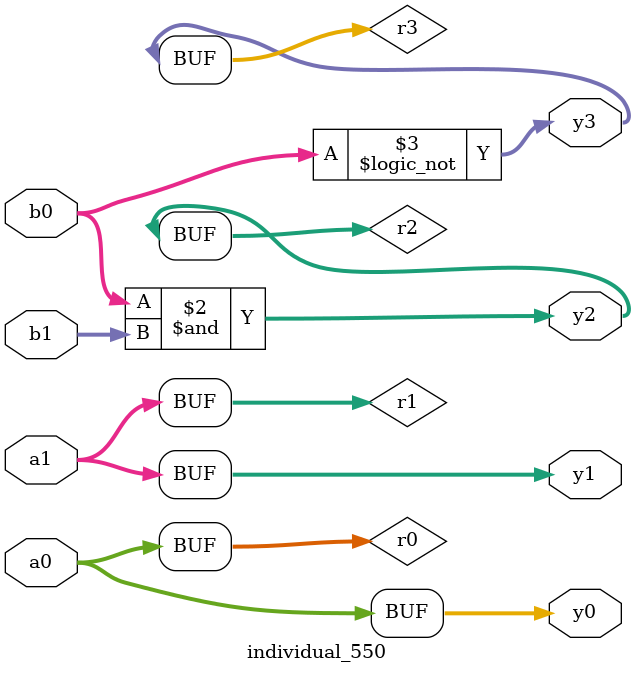
<source format=sv>
module individual_550(input logic [15:0] a1, input logic [15:0] a0, input logic [15:0] b1, input logic [15:0] b0, output logic [15:0] y3, output logic [15:0] y2, output logic [15:0] y1, output logic [15:0] y0);
logic [15:0] r0, r1, r2, r3; 
 always@(*) begin 
	 r0 = a0; r1 = a1; r2 = b0; r3 = b1; 
 	 r2  &=  b1 ;
 	 r3 = ! b0 ;
 	 y3 = r3; y2 = r2; y1 = r1; y0 = r0; 
end
endmodule
</source>
